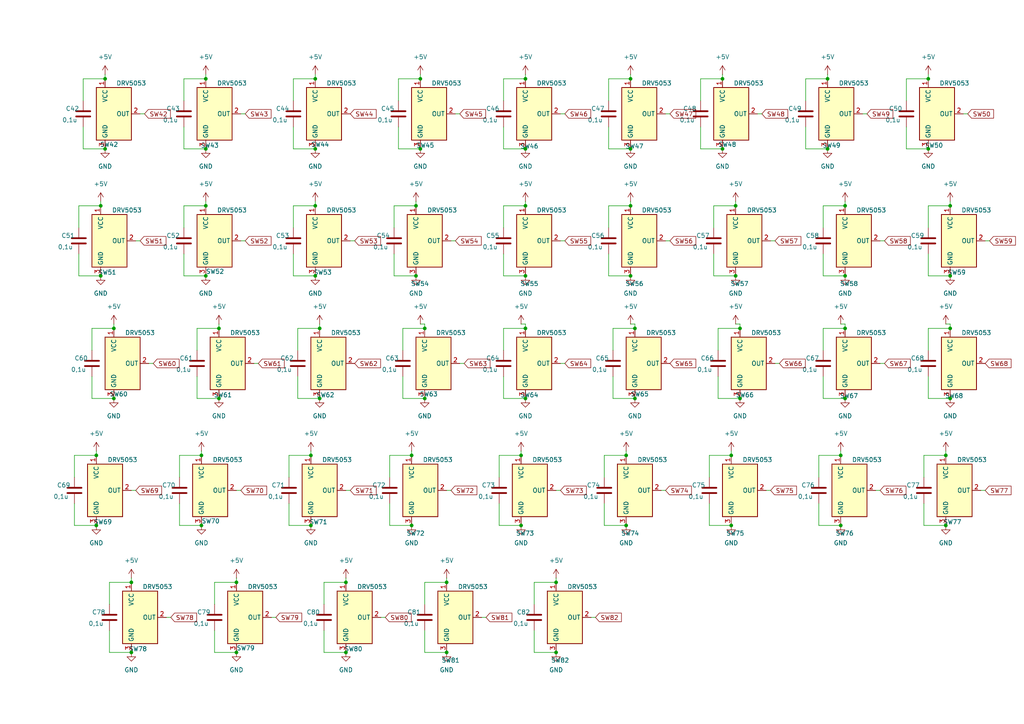
<source format=kicad_sch>
(kicad_sch (version 20231120) (generator "eeschema") (generator_version "8.0")
  (paper "A4")
  (junction (at 92.71 95.25))
  (junction (at 59.69 80.01))
  (junction (at 152.4 43.18))
  (junction (at 90.17 132.08))
  (junction (at 119.38 152.4))
  (junction (at 151.13 132.08))
  (junction (at 184.15 115.57))
  (junction (at 214.63 115.57))
  (junction (at 30.48 43.18))
  (junction (at 151.13 152.4))
  (junction (at 29.21 80.01))
  (junction (at 59.69 59.69))
  (junction (at 119.38 132.08))
  (junction (at 184.15 95.25))
  (junction (at 243.84 152.4))
  (junction (at 63.5 95.25))
  (junction (at 209.55 43.18))
  (junction (at 129.54 168.91))
  (junction (at 29.21 59.69))
  (junction (at 100.33 168.91))
  (junction (at 275.59 95.25))
  (junction (at 38.1 189.23))
  (junction (at 275.59 115.57))
  (junction (at 120.65 80.01))
  (junction (at 269.24 43.18))
  (junction (at 245.11 80.01))
  (junction (at 213.36 59.69))
  (junction (at 100.33 189.23))
  (junction (at 152.4 80.01))
  (junction (at 181.61 152.4))
  (junction (at 92.71 115.57))
  (junction (at 91.44 59.69))
  (junction (at 123.19 115.57))
  (junction (at 59.69 22.86))
  (junction (at 91.44 43.18))
  (junction (at 182.88 43.18))
  (junction (at 209.55 22.86))
  (junction (at 212.09 132.08))
  (junction (at 30.48 22.86))
  (junction (at 152.4 22.86))
  (junction (at 68.58 168.91))
  (junction (at 152.4 59.69))
  (junction (at 27.94 132.08))
  (junction (at 120.65 59.69))
  (junction (at 91.44 80.01))
  (junction (at 27.94 152.4))
  (junction (at 213.36 80.01))
  (junction (at 274.32 152.4))
  (junction (at 161.29 189.23))
  (junction (at 245.11 95.25))
  (junction (at 182.88 59.69))
  (junction (at 152.4 95.25))
  (junction (at 68.58 189.23))
  (junction (at 214.63 95.25))
  (junction (at 245.11 59.69))
  (junction (at 181.61 132.08))
  (junction (at 129.54 189.23))
  (junction (at 121.92 43.18))
  (junction (at 59.69 43.18))
  (junction (at 63.5 115.57))
  (junction (at 240.03 22.86))
  (junction (at 58.42 132.08))
  (junction (at 121.92 22.86))
  (junction (at 123.19 95.25))
  (junction (at 161.29 168.91))
  (junction (at 275.59 80.01))
  (junction (at 33.02 95.25))
  (junction (at 90.17 152.4))
  (junction (at 240.03 43.18))
  (junction (at 274.32 132.08))
  (junction (at 91.44 22.86))
  (junction (at 212.09 152.4))
  (junction (at 33.02 115.57))
  (junction (at 182.88 80.01))
  (junction (at 245.11 115.57))
  (junction (at 269.24 22.86))
  (junction (at 38.1 168.91))
  (junction (at 152.4 115.57))
  (junction (at 58.42 152.4))
  (junction (at 182.88 22.86))
  (junction (at 275.59 59.69))
  (junction (at 243.84 132.08))
  (wire (pts (xy 71.12 33.02) (xy 69.85 33.02)))
  (wire (pts (xy 269.24 73.66) (xy 269.24 80.01)))
  (wire (pts (xy 275.59 58.42) (xy 275.59 59.69)))
  (wire (pts (xy 31.75 175.26) (xy 31.75 168.91)))
  (wire (pts (xy 267.97 152.4) (xy 274.32 152.4)))
  (wire (pts (xy 39.37 142.24) (xy 38.1 142.24)))
  (wire (pts (xy 62.23 175.26) (xy 62.23 168.91)))
  (wire (pts (xy 90.17 130.81) (xy 90.17 132.08)))
  (wire (pts (xy 154.94 175.26) (xy 154.94 168.91)))
  (wire (pts (xy 144.78 152.4) (xy 151.13 152.4)))
  (wire (pts (xy 146.05 115.57) (xy 152.4 115.57)))
  (wire (pts (xy 85.09 66.04) (xy 85.09 59.69)))
  (wire (pts (xy 123.19 168.91) (xy 129.54 168.91)))
  (wire (pts (xy 144.78 146.05) (xy 144.78 152.4)))
  (wire (pts (xy 207.01 73.66) (xy 207.01 80.01)))
  (wire (pts (xy 151.13 130.81) (xy 151.13 132.08)))
  (wire (pts (xy 111.76 179.07) (xy 110.49 179.07)))
  (wire (pts (xy 38.1 167.64) (xy 38.1 168.91)))
  (wire (pts (xy 86.36 101.6) (xy 86.36 95.25)))
  (wire (pts (xy 184.15 93.98) (xy 182.88 93.98)))
  (wire (pts (xy 31.75 189.23) (xy 38.1 189.23)))
  (wire (pts (xy 113.03 146.05) (xy 113.03 152.4)))
  (wire (pts (xy 102.87 69.85) (xy 101.6 69.85)))
  (wire (pts (xy 24.13 29.21) (xy 24.13 22.86)))
  (wire (pts (xy 207.01 66.04) (xy 207.01 59.69)))
  (wire (pts (xy 74.93 105.41) (xy 73.66 105.41)))
  (wire (pts (xy 238.76 109.22) (xy 238.76 115.57)))
  (wire (pts (xy 31.75 168.91) (xy 38.1 168.91)))
  (wire (pts (xy 177.8 95.25) (xy 184.15 95.25)))
  (wire (pts (xy 24.13 36.83) (xy 24.13 43.18)))
  (wire (pts (xy 146.05 101.6) (xy 146.05 95.25)))
  (wire (pts (xy 123.19 182.88) (xy 123.19 189.23)))
  (wire (pts (xy 237.49 138.43) (xy 237.49 132.08)))
  (wire (pts (xy 238.76 115.57) (xy 245.11 115.57)))
  (wire (pts (xy 93.98 168.91) (xy 100.33 168.91)))
  (wire (pts (xy 205.74 152.4) (xy 212.09 152.4)))
  (wire (pts (xy 154.94 182.88) (xy 154.94 189.23)))
  (wire (pts (xy 62.23 189.23) (xy 68.58 189.23)))
  (wire (pts (xy 262.89 29.21) (xy 262.89 22.86)))
  (wire (pts (xy 212.09 130.81) (xy 212.09 132.08)))
  (wire (pts (xy 194.31 69.85) (xy 193.04 69.85)))
  (wire (pts (xy 256.54 69.85) (xy 255.27 69.85)))
  (wire (pts (xy 93.98 182.88) (xy 93.98 189.23)))
  (wire (pts (xy 154.94 189.23) (xy 161.29 189.23)))
  (wire (pts (xy 161.29 167.64) (xy 161.29 168.91)))
  (wire (pts (xy 146.05 95.25) (xy 152.4 95.25)))
  (wire (pts (xy 175.26 146.05) (xy 175.26 152.4)))
  (wire (pts (xy 243.84 130.81) (xy 243.84 132.08)))
  (wire (pts (xy 144.78 138.43) (xy 144.78 132.08)))
  (wire (pts (xy 113.03 138.43) (xy 113.03 132.08)))
  (wire (pts (xy 53.34 66.04) (xy 53.34 59.69)))
  (wire (pts (xy 123.19 175.26) (xy 123.19 168.91)))
  (wire (pts (xy 194.31 33.02) (xy 193.04 33.02)))
  (wire (pts (xy 86.36 115.57) (xy 92.71 115.57)))
  (wire (pts (xy 182.88 21.59) (xy 182.88 22.86)))
  (wire (pts (xy 208.28 115.57) (xy 214.63 115.57)))
  (wire (pts (xy 140.97 179.07) (xy 139.7 179.07)))
  (wire (pts (xy 85.09 29.21) (xy 85.09 22.86)))
  (wire (pts (xy 237.49 152.4) (xy 243.84 152.4)))
  (wire (pts (xy 203.2 29.21) (xy 203.2 22.86)))
  (wire (pts (xy 123.19 93.98) (xy 121.92 93.98)))
  (wire (pts (xy 85.09 73.66) (xy 85.09 80.01)))
  (wire (pts (xy 26.67 101.6) (xy 26.67 95.25)))
  (wire (pts (xy 274.32 130.81) (xy 274.32 132.08)))
  (wire (pts (xy 21.59 146.05) (xy 21.59 152.4)))
  (wire (pts (xy 146.05 29.21) (xy 146.05 22.86)))
  (wire (pts (xy 121.92 21.59) (xy 121.92 22.86)))
  (wire (pts (xy 176.53 66.04) (xy 176.53 59.69)))
  (wire (pts (xy 130.81 142.24) (xy 129.54 142.24)))
  (wire (pts (xy 71.12 69.85) (xy 69.85 69.85)))
  (wire (pts (xy 93.98 189.23) (xy 100.33 189.23)))
  (wire (pts (xy 52.07 146.05) (xy 52.07 152.4)))
  (wire (pts (xy 57.15 109.22) (xy 57.15 115.57)))
  (wire (pts (xy 57.15 115.57) (xy 63.5 115.57)))
  (wire (pts (xy 203.2 43.18) (xy 209.55 43.18)))
  (wire (pts (xy 245.11 93.98) (xy 243.84 93.98)))
  (wire (pts (xy 92.71 93.98) (xy 92.71 95.25)))
  (wire (pts (xy 21.59 138.43) (xy 21.59 132.08)))
  (wire (pts (xy 129.54 167.64) (xy 129.54 168.91)))
  (wire (pts (xy 237.49 146.05) (xy 237.49 152.4)))
  (wire (pts (xy 86.36 109.22) (xy 86.36 115.57)))
  (wire (pts (xy 132.08 69.85) (xy 130.81 69.85)))
  (wire (pts (xy 116.84 95.25) (xy 123.19 95.25)))
  (wire (pts (xy 52.07 132.08) (xy 58.42 132.08)))
  (wire (pts (xy 85.09 80.01) (xy 91.44 80.01)))
  (wire (pts (xy 83.82 132.08) (xy 90.17 132.08)))
  (wire (pts (xy 203.2 36.83) (xy 203.2 43.18)))
  (wire (pts (xy 275.59 93.98) (xy 274.32 93.98)))
  (wire (pts (xy 85.09 43.18) (xy 91.44 43.18)))
  (wire (pts (xy 162.56 142.24) (xy 161.29 142.24)))
  (wire (pts (xy 24.13 22.86) (xy 30.48 22.86)))
  (wire (pts (xy 57.15 95.25) (xy 63.5 95.25)))
  (wire (pts (xy 41.91 33.02) (xy 40.64 33.02)))
  (wire (pts (xy 269.24 21.59) (xy 269.24 22.86)))
  (wire (pts (xy 214.63 93.98) (xy 214.63 95.25)))
  (wire (pts (xy 146.05 43.18) (xy 152.4 43.18)))
  (wire (pts (xy 238.76 73.66) (xy 238.76 80.01)))
  (wire (pts (xy 116.84 101.6) (xy 116.84 95.25)))
  (wire (pts (xy 181.61 130.81) (xy 181.61 132.08)))
  (wire (pts (xy 21.59 132.08) (xy 27.94 132.08)))
  (wire (pts (xy 59.69 58.42) (xy 59.69 59.69)))
  (wire (pts (xy 208.28 109.22) (xy 208.28 115.57)))
  (wire (pts (xy 26.67 95.25) (xy 33.02 95.25)))
  (wire (pts (xy 26.67 109.22) (xy 26.67 115.57)))
  (wire (pts (xy 262.89 43.18) (xy 269.24 43.18)))
  (wire (pts (xy 120.65 58.42) (xy 120.65 59.69)))
  (wire (pts (xy 245.11 58.42) (xy 245.11 59.69)))
  (wire (pts (xy 226.06 105.41) (xy 224.79 105.41)))
  (wire (pts (xy 163.83 33.02) (xy 162.56 33.02)))
  (wire (pts (xy 22.86 80.01) (xy 29.21 80.01)))
  (wire (pts (xy 233.68 29.21) (xy 233.68 22.86)))
  (wire (pts (xy 24.13 43.18) (xy 30.48 43.18)))
  (wire (pts (xy 269.24 80.01) (xy 275.59 80.01)))
  (wire (pts (xy 175.26 132.08) (xy 181.61 132.08)))
  (wire (pts (xy 91.44 21.59) (xy 91.44 22.86)))
  (wire (pts (xy 177.8 115.57) (xy 184.15 115.57)))
  (wire (pts (xy 176.53 73.66) (xy 176.53 80.01)))
  (wire (pts (xy 172.72 179.07) (xy 171.45 179.07)))
  (wire (pts (xy 63.5 93.98) (xy 63.5 95.25)))
  (wire (pts (xy 123.19 93.98) (xy 123.19 95.25)))
  (wire (pts (xy 53.34 22.86) (xy 59.69 22.86)))
  (wire (pts (xy 49.53 179.07) (xy 48.26 179.07)))
  (wire (pts (xy 209.55 21.59) (xy 209.55 22.86)))
  (wire (pts (xy 62.23 168.91) (xy 68.58 168.91)))
  (wire (pts (xy 245.11 93.98) (xy 245.11 95.25)))
  (wire (pts (xy 146.05 109.22) (xy 146.05 115.57)))
  (wire (pts (xy 256.54 105.41) (xy 255.27 105.41)))
  (wire (pts (xy 114.3 59.69) (xy 120.65 59.69)))
  (wire (pts (xy 207.01 80.01) (xy 213.36 80.01)))
  (wire (pts (xy 58.42 130.81) (xy 58.42 132.08)))
  (wire (pts (xy 238.76 95.25) (xy 245.11 95.25)))
  (wire (pts (xy 269.24 101.6) (xy 269.24 95.25)))
  (wire (pts (xy 133.35 33.02) (xy 132.08 33.02)))
  (wire (pts (xy 146.05 59.69) (xy 152.4 59.69)))
  (wire (pts (xy 53.34 29.21) (xy 53.34 22.86)))
  (wire (pts (xy 251.46 33.02) (xy 250.19 33.02)))
  (wire (pts (xy 285.75 142.24) (xy 284.48 142.24)))
  (wire (pts (xy 175.26 138.43) (xy 175.26 132.08)))
  (wire (pts (xy 262.89 36.83) (xy 262.89 43.18)))
  (wire (pts (xy 44.45 105.41) (xy 43.18 105.41)))
  (wire (pts (xy 176.53 43.18) (xy 182.88 43.18)))
  (wire (pts (xy 52.07 138.43) (xy 52.07 132.08)))
  (wire (pts (xy 115.57 22.86) (xy 121.92 22.86)))
  (wire (pts (xy 53.34 36.83) (xy 53.34 43.18)))
  (wire (pts (xy 267.97 146.05) (xy 267.97 152.4)))
  (wire (pts (xy 208.28 101.6) (xy 208.28 95.25)))
  (wire (pts (xy 30.48 21.59) (xy 30.48 22.86)))
  (wire (pts (xy 146.05 80.01) (xy 152.4 80.01)))
  (wire (pts (xy 233.68 43.18) (xy 240.03 43.18)))
  (wire (pts (xy 269.24 95.25) (xy 275.59 95.25)))
  (wire (pts (xy 27.94 130.81) (xy 27.94 132.08)))
  (wire (pts (xy 114.3 66.04) (xy 114.3 59.69)))
  (wire (pts (xy 163.83 69.85) (xy 162.56 69.85)))
  (wire (pts (xy 29.21 58.42) (xy 29.21 59.69)))
  (wire (pts (xy 176.53 22.86) (xy 182.88 22.86)))
  (wire (pts (xy 85.09 22.86) (xy 91.44 22.86)))
  (wire (pts (xy 146.05 73.66) (xy 146.05 80.01)))
  (wire (pts (xy 220.98 33.02) (xy 219.71 33.02)))
  (wire (pts (xy 116.84 109.22) (xy 116.84 115.57)))
  (wire (pts (xy 238.76 80.01) (xy 245.11 80.01)))
  (wire (pts (xy 214.63 93.98) (xy 213.36 93.98)))
  (wire (pts (xy 233.68 22.86) (xy 240.03 22.86)))
  (wire (pts (xy 177.8 109.22) (xy 177.8 115.57)))
  (wire (pts (xy 176.53 36.83) (xy 176.53 43.18)))
  (wire (pts (xy 59.69 21.59) (xy 59.69 22.86)))
  (wire (pts (xy 53.34 43.18) (xy 59.69 43.18)))
  (wire (pts (xy 85.09 36.83) (xy 85.09 43.18)))
  (wire (pts (xy 22.86 73.66) (xy 22.86 80.01)))
  (wire (pts (xy 83.82 152.4) (xy 90.17 152.4)))
  (wire (pts (xy 21.59 152.4) (xy 27.94 152.4)))
  (wire (pts (xy 115.57 36.83) (xy 115.57 43.18)))
  (wire (pts (xy 267.97 132.08) (xy 274.32 132.08)))
  (wire (pts (xy 93.98 175.26) (xy 93.98 168.91)))
  (wire (pts (xy 152.4 93.98) (xy 152.4 95.25)))
  (wire (pts (xy 116.84 115.57) (xy 123.19 115.57)))
  (wire (pts (xy 154.94 168.91) (xy 161.29 168.91)))
  (wire (pts (xy 223.52 142.24) (xy 222.25 142.24)))
  (wire (pts (xy 134.62 105.41) (xy 133.35 105.41)))
  (wire (pts (xy 152.4 93.98) (xy 151.13 93.98)))
  (wire (pts (xy 83.82 138.43) (xy 83.82 132.08)))
  (wire (pts (xy 176.53 29.21) (xy 176.53 22.86)))
  (wire (pts (xy 26.67 115.57) (xy 33.02 115.57)))
  (wire (pts (xy 262.89 22.86) (xy 269.24 22.86)))
  (wire (pts (xy 238.76 66.04) (xy 238.76 59.69)))
  (wire (pts (xy 208.28 95.25) (xy 214.63 95.25)))
  (wire (pts (xy 233.68 36.83) (xy 233.68 43.18)))
  (wire (pts (xy 100.33 167.64) (xy 100.33 168.91)))
  (wire (pts (xy 182.88 58.42) (xy 182.88 59.69)))
  (wire (pts (xy 53.34 73.66) (xy 53.34 80.01)))
  (wire (pts (xy 207.01 59.69) (xy 213.36 59.69)))
  (wire (pts (xy 31.75 182.88) (xy 31.75 189.23)))
  (wire (pts (xy 40.64 69.85) (xy 39.37 69.85)))
  (wire (pts (xy 238.76 59.69) (xy 245.11 59.69)))
  (wire (pts (xy 213.36 58.42) (xy 213.36 59.69)))
  (wire (pts (xy 86.36 95.25) (xy 92.71 95.25)))
  (wire (pts (xy 152.4 21.59) (xy 152.4 22.86)))
  (wire (pts (xy 119.38 130.81) (xy 119.38 132.08)))
  (wire (pts (xy 240.03 21.59) (xy 240.03 22.86)))
  (wire (pts (xy 83.82 146.05) (xy 83.82 152.4)))
  (wire (pts (xy 203.2 22.86) (xy 209.55 22.86)))
  (wire (pts (xy 80.01 179.07) (xy 78.74 179.07)))
  (wire (pts (xy 255.27 142.24) (xy 254 142.24)))
  (wire (pts (xy 267.97 138.43) (xy 267.97 132.08)))
  (wire (pts (xy 224.79 69.85) (xy 223.52 69.85)))
  (wire (pts (xy 33.02 93.98) (xy 33.02 95.25)))
  (wire (pts (xy 91.44 58.42) (xy 91.44 59.69)))
  (wire (pts (xy 269.24 59.69) (xy 275.59 59.69)))
  (wire (pts (xy 69.85 142.24) (xy 68.58 142.24)))
  (wire (pts (xy 269.24 66.04) (xy 269.24 59.69)))
  (wire (pts (xy 146.05 66.04) (xy 146.05 59.69)))
  (wire (pts (xy 144.78 132.08) (xy 151.13 132.08)))
  (wire (pts (xy 146.05 22.86) (xy 152.4 22.86)))
  (wire (pts (xy 123.19 189.23) (xy 129.54 189.23)))
  (wire (pts (xy 115.57 29.21) (xy 115.57 22.86)))
  (wire (pts (xy 175.26 152.4) (xy 181.61 152.4)))
  (wire (pts (xy 85.09 59.69) (xy 91.44 59.69)))
  (wire (pts (xy 269.24 109.22) (xy 269.24 115.57)))
  (wire (pts (xy 177.8 101.6) (xy 177.8 95.25)))
  (wire (pts (xy 53.34 59.69) (xy 59.69 59.69)))
  (wire (pts (xy 22.86 59.69) (xy 29.21 59.69)))
  (wire (pts (xy 184.15 93.98) (xy 184.15 95.25)))
  (wire (pts (xy 114.3 80.01) (xy 120.65 80.01)))
  (wire (pts (xy 53.34 80.01) (xy 59.69 80.01)))
  (wire (pts (xy 113.03 152.4) (xy 119.38 152.4)))
  (wire (pts (xy 114.3 73.66) (xy 114.3 80.01)))
  (wire (pts (xy 57.15 101.6) (xy 57.15 95.25)))
  (wire (pts (xy 68.58 167.64) (xy 68.58 168.91)))
  (wire (pts (xy 205.74 138.43) (xy 205.74 132.08)))
  (wire (pts (xy 280.67 33.02) (xy 279.4 33.02)))
  (wire (pts (xy 22.86 66.04) (xy 22.86 59.69)))
  (wire (pts (xy 269.24 115.57) (xy 275.59 115.57)))
  (wire (pts (xy 146.05 36.83) (xy 146.05 43.18)))
  (wire (pts (xy 152.4 58.42) (xy 152.4 59.69)))
  (wire (pts (xy 275.59 93.98) (xy 275.59 95.25)))
  (wire (pts (xy 193.04 142.24) (xy 191.77 142.24)))
  (wire (pts (xy 163.83 105.41) (xy 162.56 105.41)))
  (wire (pts (xy 205.74 146.05) (xy 205.74 152.4)))
  (wire (pts (xy 176.53 59.69) (xy 182.88 59.69)))
  (wire (pts (xy 176.53 80.01) (xy 182.88 80.01)))
  (wire (pts (xy 237.49 132.08) (xy 243.84 132.08)))
  (wire (pts (xy 52.07 152.4) (xy 58.42 152.4)))
  (wire (pts (xy 62.23 182.88) (xy 62.23 189.23)))
  (wire (pts (xy 115.57 43.18) (xy 121.92 43.18)))
  (wire (pts (xy 113.03 132.08) (xy 119.38 132.08)))
  (wire (pts (xy 287.02 69.85) (xy 285.75 69.85)))
  (wire (pts (xy 101.6 142.24) (xy 100.33 142.24)))
  (wire (pts (xy 205.74 132.08) (xy 212.09 132.08)))
  (wire (pts (xy 238.76 101.6) (xy 238.76 95.25)))
  (global_label "SW75" (shape input) (at 223.52 142.24 0) (property "Intersheetrefs" "${INTERSHEET_REFS}" (effects (hide yes))))
  (global_label "SW47" (shape input) (at 194.31 33.02 0) (property "Intersheetrefs" "${INTERSHEET_REFS}" (effects (hide yes))))
  (global_label "SW51" (shape input) (at 40.64 69.85 0) (property "Intersheetrefs" "${INTERSHEET_REFS}" (effects (hide yes))))
  (global_label "SW59" (shape input) (at 287.02 69.85 0) (property "Intersheetrefs" "${INTERSHEET_REFS}" (effects (hide yes))))
  (global_label "SW42" (shape input) (at 41.91 33.02 0) (property "Intersheetrefs" "${INTERSHEET_REFS}" (effects (hide yes))))
  (global_label "SW53" (shape input) (at 102.87 69.85 0) (property "Intersheetrefs" "${INTERSHEET_REFS}" (effects (hide yes))))
  (global_label "SW77" (shape input) (at 285.75 142.24 0) (property "Intersheetrefs" "${INTERSHEET_REFS}" (effects (hide yes))))
  (global_label "SW43" (shape input) (at 71.12 33.02 0) (property "Intersheetrefs" "${INTERSHEET_REFS}" (effects (hide yes))))
  (global_label "SW49" (shape input) (at 251.46 33.02 0) (property "Intersheetrefs" "${INTERSHEET_REFS}" (effects (hide yes))))
  (global_label "SW58" (shape input) (at 256.54 69.85 0) (property "Intersheetrefs" "${INTERSHEET_REFS}" (effects (hide yes))))
  (global_label "SW79" (shape input) (at 80.01 179.07 0) (property "Intersheetrefs" "${INTERSHEET_REFS}" (effects (hide yes))))
  (global_label "SW64" (shape input) (at 163.83 105.41 0) (property "Intersheetrefs" "${INTERSHEET_REFS}" (effects (hide yes))))
  (global_label "SW54" (shape input) (at 132.08 69.85 0) (property "Intersheetrefs" "${INTERSHEET_REFS}" (effects (hide yes))))
  (global_label "SW78" (shape input) (at 49.53 179.07 0) (property "Intersheetrefs" "${INTERSHEET_REFS}" (effects (hide yes))))
  (global_label "SW56" (shape input) (at 194.31 69.85 0) (property "Intersheetrefs" "${INTERSHEET_REFS}" (effects (hide yes))))
  (global_label "SW67" (shape input) (at 256.54 105.41 0) (property "Intersheetrefs" "${INTERSHEET_REFS}" (effects (hide yes))))
  (global_label "SW69" (shape input) (at 39.37 142.24 0) (property "Intersheetrefs" "${INTERSHEET_REFS}" (effects (hide yes))))
  (global_label "SW57" (shape input) (at 224.79 69.85 0) (property "Intersheetrefs" "${INTERSHEET_REFS}" (effects (hide yes))))
  (global_label "SW48" (shape input) (at 220.98 33.02 0) (property "Intersheetrefs" "${INTERSHEET_REFS}" (effects (hide yes))))
  (global_label "SW82" (shape input) (at 172.72 179.07 0) (property "Intersheetrefs" "${INTERSHEET_REFS}" (effects (hide yes))))
  (global_label "SW74" (shape input) (at 193.04 142.24 0) (property "Intersheetrefs" "${INTERSHEET_REFS}" (effects (hide yes))))
  (global_label "SW72" (shape input) (at 130.81 142.24 0) (property "Intersheetrefs" "${INTERSHEET_REFS}" (effects (hide yes))))
  (global_label "SW65" (shape input) (at 194.31 105.41 0) (property "Intersheetrefs" "${INTERSHEET_REFS}" (effects (hide yes))))
  (global_label "SW63" (shape input) (at 134.62 105.41 0) (property "Intersheetrefs" "${INTERSHEET_REFS}" (effects (hide yes))))
  (global_label "SW71" (shape input) (at 101.6 142.24 0) (property "Intersheetrefs" "${INTERSHEET_REFS}" (effects (hide yes))))
  (global_label "SW70" (shape input) (at 69.85 142.24 0) (property "Intersheetrefs" "${INTERSHEET_REFS}" (effects (hide yes))))
  (global_label "SW46" (shape input) (at 163.83 33.02 0) (property "Intersheetrefs" "${INTERSHEET_REFS}" (effects (hide yes))))
  (global_label "SW80" (shape input) (at 111.76 179.07 0) (property "Intersheetrefs" "${INTERSHEET_REFS}" (effects (hide yes))))
  (global_label "SW61" (shape input) (at 74.93 105.41 0) (property "Intersheetrefs" "${INTERSHEET_REFS}" (effects (hide yes))))
  (global_label "SW66" (shape input) (at 226.06 105.41 0) (property "Intersheetrefs" "${INTERSHEET_REFS}" (effects (hide yes))))
  (global_label "SW52" (shape input) (at 71.12 69.85 0) (property "Intersheetrefs" "${INTERSHEET_REFS}" (effects (hide yes))))
  (global_label "SW81" (shape input) (at 140.97 179.07 0) (property "Intersheetrefs" "${INTERSHEET_REFS}" (effects (hide yes))))
  (global_label "SW50" (shape input) (at 280.67 33.02 0) (property "Intersheetrefs" "${INTERSHEET_REFS}" (effects (hide yes))))
  (global_label "SW73" (shape input) (at 162.56 142.24 0) (property "Intersheetrefs" "${INTERSHEET_REFS}" (effects (hide yes))))
  (global_label "SW45" (shape input) (at 133.35 33.02 0) (property "Intersheetrefs" "${INTERSHEET_REFS}" (effects (hide yes))))
  (global_label "SW55" (shape input) (at 163.83 69.85 0) (property "Intersheetrefs" "${INTERSHEET_REFS}" (effects (hide yes))))
  (global_label "SW76" (shape input) (at 255.27 142.24 0) (property "Intersheetrefs" "${INTERSHEET_REFS}" (effects (hide yes))))
  (global_label "SW44" (shape input) (at 101.6 33.02 0) (property "Intersheetrefs" "${INTERSHEET_REFS}" (effects (hide yes))))
  (global_label "SW62" (shape input) (at 102.87 105.41 0) (property "Intersheetrefs" "${INTERSHEET_REFS}" (effects (hide yes))))
  (global_label "SW68" (shape input) (at 285.75 105.41 0) (property "Intersheetrefs" "${INTERSHEET_REFS}" (effects (hide yes))))
  (global_label "SW60" (shape input) (at 44.45 105.41 0) (property "Intersheetrefs" "${INTERSHEET_REFS}" (effects (hide yes))))
  (symbol (lib_id "Sensor_Magnetic:DRV5055A4xDBZxQ1") (at 184.15 142.24 0) (unit 1)
    (property "Reference" "SW74" (at 185.42 154.686 0) (effects (justify right)))
    (property "Value" "DRV5053" (at 193.548 133.35 0) (effects (justify right)))
    (property "Footprint" "KB_MX_Analog:MX-Analog-1.25U" (effects (hide yes)))
    (property "Datasheet" "https://www.ti.com/lit/ds/symlink/drv5055-q1.pdf" (effects (hide yes)))
    (property "Description" "12.5 mV/mT,±169-mT, 20-kHz, 3.3/5V, SOT-23" (effects (hide yes)))
  )
  (symbol (lib_id "Sensor_Magnetic:DRV5055A4xDBZxQ1") (at 217.17 105.41 0) (unit 1)
    (property "Reference" "SW66" (at 218.694 114.554 0) (effects (justify right)))
    (property "Value" "DRV5053" (at 226.568 96.52 0) (effects (justify right)))
    (property "Footprint" "KB_MX_Analog:MX-Analog-1U" (effects (hide yes)))
    (property "Datasheet" "https://www.ti.com/lit/ds/symlink/drv5055-q1.pdf" (effects (hide yes)))
    (property "Description" "12.5 mV/mT,±169-mT, 20-kHz, 3.3/5V, SOT-23" (effects (hide yes)))
  )
  (symbol (lib_id "power:+5V") (at 182.88 58.42 0) (unit 1)
    (property "Reference" "#PWR0106" (effects (hide yes)))
    (property "Value" "+5V" (at 182.88 53.34 0))
  )
  (symbol (lib_id "Device:C") (at 144.78 142.24 0) (unit 1)
    (property "Reference" "C73" (at 139.7 140.716 0) (effects (justify left)))
    (property "Value" "0,1u" (at 138.684 144.018 0) (effects (justify left)))
    (property "Footprint" "Capacitor_SMD:C_0402_1005Metric" (effects (hide yes)))
    (property "Description" "Unpolarized capacitor" (effects (hide yes)))
  )
  (symbol (lib_id "power:GND") (at 214.63 115.57 0) (unit 1)
    (property "Reference" "#PWR0134" (effects (hide yes)))
    (property "Value" "GND" (at 214.63 120.65 0))
    (property "Description" "Power symbol creates a global label with name \"GND\" , ground" (effects (hide yes)))
  )
  (symbol (lib_id "power:+5V") (at 181.61 130.81 0) (unit 1)
    (property "Reference" "#PWR0142" (effects (hide yes)))
    (property "Value" "+5V" (at 181.61 125.73 0))
  )
  (symbol (lib_id "power:GND") (at 119.38 152.4 0) (unit 1)
    (property "Reference" "#PWR0149" (effects (hide yes)))
    (property "Value" "GND" (at 119.38 157.48 0))
    (property "Description" "Power symbol creates a global label with name \"GND\" , ground" (effects (hide yes)))
  )
  (symbol (lib_id "power:+5V") (at 161.29 167.64 0) (unit 1)
    (property "Reference" "#PWR0159" (effects (hide yes)))
    (property "Value" "+5V" (at 161.29 162.56 0))
  )
  (symbol (lib_id "power:+5V") (at 30.48 21.59 0) (unit 1)
    (property "Reference" "#PWR083" (effects (hide yes)))
    (property "Value" "+5V" (at 30.48 16.51 0))
  )
  (symbol (lib_id "Sensor_Magnetic:DRV5055A4xDBZxQ1") (at 278.13 69.85 0) (unit 1)
    (property "Reference" "SW59" (at 280.162 78.994 0) (effects (justify right)))
    (property "Value" "DRV5053" (at 287.528 60.96 0) (effects (justify right)))
    (property "Footprint" "KB_MX_Analog:MX-Analog-2.25U" (effects (hide yes)))
    (property "Datasheet" "https://www.ti.com/lit/ds/symlink/drv5055-q1.pdf" (effects (hide yes)))
    (property "Description" "12.5 mV/mT,±169-mT, 20-kHz, 3.3/5V, SOT-23" (effects (hide yes)))
  )
  (symbol (lib_id "power:GND") (at 58.42 152.4 0) (unit 1)
    (property "Reference" "#PWR0147" (effects (hide yes)))
    (property "Value" "GND" (at 58.42 157.48 0))
    (property "Description" "Power symbol creates a global label with name \"GND\" , ground" (effects (hide yes)))
  )
  (symbol (lib_id "power:+5V") (at 33.02 93.98 0) (unit 1)
    (property "Reference" "#PWR0119" (effects (hide yes)))
    (property "Value" "+5V" (at 33.02 88.9 0))
  )
  (symbol (lib_id "power:GND") (at 152.4 115.57 0) (unit 1)
    (property "Reference" "#PWR0132" (effects (hide yes)))
    (property "Value" "GND" (at 152.4 120.65 0))
    (property "Description" "Power symbol creates a global label with name \"GND\" , ground" (effects (hide yes)))
  )
  (symbol (lib_id "power:GND") (at 152.4 43.18 0) (unit 1)
    (property "Reference" "#PWR096" (effects (hide yes)))
    (property "Value" "GND" (at 152.4 48.26 0))
    (property "Description" "Power symbol creates a global label with name \"GND\" , ground" (effects (hide yes)))
  )
  (symbol (lib_id "power:GND") (at 182.88 43.18 0) (unit 1)
    (property "Reference" "#PWR097" (effects (hide yes)))
    (property "Value" "GND" (at 182.88 48.26 0))
    (property "Description" "Power symbol creates a global label with name \"GND\" , ground" (effects (hide yes)))
  )
  (symbol (lib_id "power:GND") (at 243.84 152.4 0) (unit 1)
    (property "Reference" "#PWR0153" (effects (hide yes)))
    (property "Value" "GND" (at 243.84 157.48 0))
    (property "Description" "Power symbol creates a global label with name \"GND\" , ground" (effects (hide yes)))
  )
  (symbol (lib_id "Device:C") (at 238.76 69.85 0) (unit 1)
    (property "Reference" "C58" (at 233.68 68.326 0) (effects (justify left)))
    (property "Value" "0,1u" (at 232.664 71.628 0) (effects (justify left)))
    (property "Footprint" "Capacitor_SMD:C_0402_1005Metric" (effects (hide yes)))
    (property "Description" "Unpolarized capacitor" (effects (hide yes)))
  )
  (symbol (lib_id "power:GND") (at 100.33 189.23 0) (unit 1)
    (property "Reference" "#PWR0162" (effects (hide yes)))
    (property "Value" "GND" (at 100.33 194.31 0))
    (property "Description" "Power symbol creates a global label with name \"GND\" , ground" (effects (hide yes)))
  )
  (symbol (lib_id "Device:C") (at 233.68 33.02 0) (unit 1)
    (property "Reference" "C49" (at 228.6 31.496 0) (effects (justify left)))
    (property "Value" "0,1u" (at 227.584 34.798 0) (effects (justify left)))
    (property "Footprint" "Capacitor_SMD:C_0402_1005Metric" (effects (hide yes)))
    (property "Description" "Unpolarized capacitor" (effects (hide yes)))
  )
  (symbol (lib_id "Sensor_Magnetic:DRV5055A4xDBZxQ1") (at 185.42 69.85 0) (unit 1)
    (property "Reference" "SW56" (at 186.69 82.296 0) (effects (justify right)))
    (property "Value" "DRV5053" (at 194.818 60.96 0) (effects (justify right)))
    (property "Footprint" "KB_MX_Analog:MX-Analog-1U" (effects (hide yes)))
    (property "Datasheet" "https://www.ti.com/lit/ds/symlink/drv5055-q1.pdf" (effects (hide yes)))
    (property "Description" "12.5 mV/mT,±169-mT, 20-kHz, 3.3/5V, SOT-23" (effects (hide yes)))
  )
  (symbol (lib_id "Sensor_Magnetic:DRV5055A4xDBZxQ1") (at 154.94 33.02 0) (unit 1)
    (property "Reference" "SW46" (at 156.21 42.418 0) (effects (justify right)))
    (property "Value" "DRV5053" (at 164.338 24.13 0) (effects (justify right)))
    (property "Footprint" "KB_MX_Analog:MX-Analog-1U" (effects (hide yes)))
    (property "Datasheet" "https://www.ti.com/lit/ds/symlink/drv5055-q1.pdf" (effects (hide yes)))
    (property "Description" "12.5 mV/mT,±169-mT, 20-kHz, 3.3/5V, SOT-23" (effects (hide yes)))
  )
  (symbol (lib_id "Device:C") (at 269.24 69.85 0) (unit 1)
    (property "Reference" "C59" (at 264.16 68.326 0) (effects (justify left)))
    (property "Value" "0,1u" (at 263.144 71.628 0) (effects (justify left)))
    (property "Footprint" "Capacitor_SMD:C_0402_1005Metric" (effects (hide yes)))
    (property "Description" "Unpolarized capacitor" (effects (hide yes)))
  )
  (symbol (lib_id "power:+5V") (at 38.1 167.64 0) (unit 1)
    (property "Reference" "#PWR0155" (effects (hide yes)))
    (property "Value" "+5V" (at 38.1 162.56 0))
  )
  (symbol (lib_id "power:GND") (at 91.44 43.18 0) (unit 1)
    (property "Reference" "#PWR094" (effects (hide yes)))
    (property "Value" "GND" (at 91.44 48.26 0))
    (property "Description" "Power symbol creates a global label with name \"GND\" , ground" (effects (hide yes)))
  )
  (symbol (lib_id "power:GND") (at 30.48 43.18 0) (unit 1)
    (property "Reference" "#PWR092" (effects (hide yes)))
    (property "Value" "GND" (at 30.48 48.26 0))
    (property "Description" "Power symbol creates a global label with name \"GND\" , ground" (effects (hide yes)))
  )
  (symbol (lib_id "power:+5V") (at 151.13 93.98 0) (unit 1)
    (property "Reference" "#PWR0123" (effects (hide yes)))
    (property "Value" "+5V" (at 151.13 88.9 0))
  )
  (symbol (lib_id "Sensor_Magnetic:DRV5055A4xDBZxQ1") (at 214.63 142.24 0) (unit 1)
    (property "Reference" "SW75" (at 215.9 154.686 0) (effects (justify right)))
    (property "Value" "DRV5053" (at 224.028 133.35 0) (effects (justify right)))
    (property "Footprint" "KB_MX_Analog:MX-Analog-1.25U" (effects (hide yes)))
    (property "Datasheet" "https://www.ti.com/lit/ds/symlink/drv5055-q1.pdf" (effects (hide yes)))
    (property "Description" "12.5 mV/mT,±169-mT, 20-kHz, 3.3/5V, SOT-23" (effects (hide yes)))
  )
  (symbol (lib_id "power:GND") (at 269.24 43.18 0) (unit 1)
    (property "Reference" "#PWR0100" (effects (hide yes)))
    (property "Value" "GND" (at 269.24 48.26 0))
    (property "Description" "Power symbol creates a global label with name \"GND\" , ground" (effects (hide yes)))
  )
  (symbol (lib_id "power:GND") (at 59.69 80.01 0) (unit 1)
    (property "Reference" "#PWR0111" (effects (hide yes)))
    (property "Value" "GND" (at 59.69 85.09 0))
    (property "Description" "Power symbol creates a global label with name \"GND\" , ground" (effects (hide yes)))
  )
  (symbol (lib_id "power:GND") (at 121.92 43.18 0) (unit 1)
    (property "Reference" "#PWR095" (effects (hide yes)))
    (property "Value" "GND" (at 121.92 48.26 0))
    (property "Description" "Power symbol creates a global label with name \"GND\" , ground" (effects (hide yes)))
  )
  (symbol (lib_id "power:+5V") (at 209.55 21.59 0) (unit 1)
    (property "Reference" "#PWR089" (effects (hide yes)))
    (property "Value" "+5V" (at 209.55 16.51 0))
  )
  (symbol (lib_id "power:+5V") (at 29.21 58.42 0) (unit 1)
    (property "Reference" "#PWR0101" (effects (hide yes)))
    (property "Value" "+5V" (at 29.21 53.34 0))
  )
  (symbol (lib_id "power:+5V") (at 68.58 167.64 0) (unit 1)
    (property "Reference" "#PWR0156" (effects (hide yes)))
    (property "Value" "+5V" (at 68.58 162.56 0))
  )
  (symbol (lib_id "Sensor_Magnetic:DRV5055A4xDBZxQ1") (at 215.9 69.85 0) (unit 1)
    (property "Reference" "SW57" (at 217.17 82.296 0) (effects (justify right)))
    (property "Value" "DRV5053" (at 225.298 60.96 0) (effects (justify right)))
    (property "Footprint" "KB_MX_Analog:MX-Analog-2.25U" (effects (hide yes)))
    (property "Datasheet" "https://www.ti.com/lit/ds/symlink/drv5055-q1.pdf" (effects (hide yes)))
    (property "Description" "12.5 mV/mT,±169-mT, 20-kHz, 3.3/5V, SOT-23" (effects (hide yes)))
  )
  (symbol (lib_id "power:+5V") (at 240.03 21.59 0) (unit 1)
    (property "Reference" "#PWR090" (effects (hide yes)))
    (property "Value" "+5V" (at 240.03 16.51 0))
  )
  (symbol (lib_id "Device:C") (at 85.09 69.85 0) (unit 1)
    (property "Reference" "C53" (at 80.01 68.326 0) (effects (justify left)))
    (property "Value" "0,1u" (at 78.994 71.628 0) (effects (justify left)))
    (property "Footprint" "Capacitor_SMD:C_0402_1005Metric" (effects (hide yes)))
    (property "Description" "Unpolarized capacitor" (effects (hide yes)))
  )
  (symbol (lib_id "Sensor_Magnetic:DRV5055A4xDBZxQ1") (at 242.57 33.02 0) (unit 1)
    (property "Reference" "SW49" (at 243.84 42.164 0) (effects (justify right)))
    (property "Value" "DRV5053" (at 251.968 24.13 0) (effects (justify right)))
    (property "Footprint" "KB_MX_Analog:MX-Analog-1U" (effects (hide yes)))
    (property "Datasheet" "https://www.ti.com/lit/ds/symlink/drv5055-q1.pdf" (effects (hide yes)))
    (property "Description" "12.5 mV/mT,±169-mT, 20-kHz, 3.3/5V, SOT-23" (effects (hide yes)))
  )
  (symbol (lib_id "Sensor_Magnetic:DRV5055A4xDBZxQ1") (at 163.83 179.07 0) (unit 1)
    (property "Reference" "SW82" (at 165.1 191.516 0) (effects (justify right)))
    (property "Value" "DRV5053" (at 173.228 170.18 0) (effects (justify right)))
    (property "Footprint" "KB_MX_Analog:MX-Analog-1U" (effects (hide yes)))
    (property "Datasheet" "https://www.ti.com/lit/ds/symlink/drv5055-q1.pdf" (effects (hide yes)))
    (property "Description" "12.5 mV/mT,±169-mT, 20-kHz, 3.3/5V, SOT-23" (effects (hide yes)))
  )
  (symbol (lib_id "Sensor_Magnetic:DRV5055A4xDBZxQ1") (at 185.42 33.02 0) (unit 1)
    (property "Reference" "SW47" (at 186.69 42.418 0) (effects (justify right)))
    (property "Value" "DRV5053" (at 194.818 24.13 0) (effects (justify right)))
    (property "Footprint" "KB_MX_Analog:MX-Analog-1U" (effects (hide yes)))
    (property "Datasheet" "https://www.ti.com/lit/ds/symlink/drv5055-q1.pdf" (effects (hide yes)))
    (property "Description" "12.5 mV/mT,±169-mT, 20-kHz, 3.3/5V, SOT-23" (effects (hide yes)))
  )
  (symbol (lib_id "Device:C") (at 267.97 142.24 0) (unit 1)
    (property "Reference" "C77" (at 262.89 140.716 0) (effects (justify left)))
    (property "Value" "0,1u" (at 261.874 144.018 0) (effects (justify left)))
    (property "Footprint" "Capacitor_SMD:C_0402_1005Metric" (effects (hide yes)))
    (property "Description" "Unpolarized capacitor" (effects (hide yes)))
  )
  (symbol (lib_id "Device:C") (at 52.07 142.24 0) (unit 1)
    (property "Reference" "C70" (at 46.99 140.716 0) (effects (justify left)))
    (property "Value" "0,1u" (at 45.974 144.018 0) (effects (justify left)))
    (property "Footprint" "Capacitor_SMD:C_0402_1005Metric" (effects (hide yes)))
    (property "Description" "Unpolarized capacitor" (effects (hide yes)))
  )
  (symbol (lib_id "power:+5V") (at 213.36 93.98 0) (unit 1)
    (property "Reference" "#PWR0125" (effects (hide yes)))
    (property "Value" "+5V" (at 213.36 88.9 0))
  )
  (symbol (lib_id "Sensor_Magnetic:DRV5055A4xDBZxQ1") (at 62.23 33.02 0) (unit 1)
    (property "Reference" "SW43" (at 63.5 42.164 0) (effects (justify right)))
    (property "Value" "DRV5053" (at 71.628 24.13 0) (effects (justify right)))
    (property "Footprint" "KB_MX_Analog:MX-Analog-1.5U" (effects (hide yes)))
    (property "Datasheet" "https://www.ti.com/lit/ds/symlink/drv5055-q1.pdf" (effects (hide yes)))
    (property "Description" "12.5 mV/mT,±169-mT, 20-kHz, 3.3/5V, SOT-23" (effects (hide yes)))
  )
  (symbol (lib_id "Device:C") (at 53.34 69.85 0) (unit 1)
    (property "Reference" "C52" (at 48.26 68.326 0) (effects (justify left)))
    (property "Value" "0,1u" (at 47.244 71.628 0) (effects (justify left)))
    (property "Footprint" "Capacitor_SMD:C_0402_1005Metric" (effects (hide yes)))
    (property "Description" "Unpolarized capacitor" (effects (hide yes)))
  )
  (symbol (lib_id "power:GND") (at 245.11 115.57 0) (unit 1)
    (property "Reference" "#PWR0135" (effects (hide yes)))
    (property "Value" "GND" (at 245.11 120.65 0))
    (property "Description" "Power symbol creates a global label with name \"GND\" , ground" (effects (hide yes)))
  )
  (symbol (lib_id "Device:C") (at 31.75 179.07 0) (unit 1)
    (property "Reference" "C78" (at 26.67 177.546 0) (effects (justify left)))
    (property "Value" "0,1u" (at 25.654 180.848 0) (effects (justify left)))
    (property "Footprint" "Capacitor_SMD:C_0402_1005Metric" (effects (hide yes)))
    (property "Description" "Unpolarized capacitor" (effects (hide yes)))
  )
  (symbol (lib_id "Device:C") (at 146.05 105.41 0) (unit 1)
    (property "Reference" "C64" (at 140.97 103.886 0) (effects (justify left)))
    (property "Value" "0,1u" (at 139.954 107.188 0) (effects (justify left)))
    (property "Footprint" "Capacitor_SMD:C_0402_1005Metric" (effects (hide yes)))
    (property "Description" "Unpolarized capacitor" (effects (hide yes)))
  )
  (symbol (lib_id "Sensor_Magnetic:DRV5055A4xDBZxQ1") (at 278.13 105.41 0) (unit 1)
    (property "Reference" "SW68" (at 279.4 114.808 0) (effects (justify right)))
    (property "Value" "DRV5053" (at 287.528 96.52 0) (effects (justify right)))
    (property "Footprint" "KB_MX_Analog:MX-Analog-1U" (effects (hide yes)))
    (property "Datasheet" "https://www.ti.com/lit/ds/symlink/drv5055-q1.pdf" (effects (hide yes)))
    (property "Description" "12.5 mV/mT,±169-mT, 20-kHz, 3.3/5V, SOT-23" (effects (hide yes)))
  )
  (symbol (lib_id "Device:C") (at 146.05 69.85 0) (unit 1)
    (property "Reference" "C55" (at 140.97 68.326 0) (effects (justify left)))
    (property "Value" "0,1u" (at 139.954 71.628 0) (effects (justify left)))
    (property "Footprint" "Capacitor_SMD:C_0402_1005Metric" (effects (hide yes)))
    (property "Description" "Unpolarized capacitor" (effects (hide yes)))
  )
  (symbol (lib_id "Sensor_Magnetic:DRV5055A4xDBZxQ1") (at 246.38 142.24 0) (unit 1)
    (property "Reference" "SW76" (at 247.65 154.686 0) (effects (justify right)))
    (property "Value" "DRV5053" (at 255.778 133.35 0) (effects (justify right)))
    (property "Footprint" "KB_MX_Analog:MX-Analog-6.25U-ReversedStabilizers" (effects (hide yes)))
    (property "Datasheet" "https://www.ti.com/lit/ds/symlink/drv5055-q1.pdf" (effects (hide yes)))
    (property "Description" "12.5 mV/mT,±169-mT, 20-kHz, 3.3/5V, SOT-23" (effects (hide yes)))
  )
  (symbol (lib_id "Device:C") (at 21.59 142.24 0) (unit 1)
    (property "Reference" "C69" (at 16.51 140.716 0) (effects (justify left)))
    (property "Value" "0,1u" (at 15.494 144.018 0) (effects (justify left)))
    (property "Footprint" "Capacitor_SMD:C_0402_1005Metric" (effects (hide yes)))
    (property "Description" "Unpolarized capacitor" (effects (hide yes)))
  )
  (symbol (lib_id "power:GND") (at 184.15 115.57 0) (unit 1)
    (property "Reference" "#PWR0133" (effects (hide yes)))
    (property "Value" "GND" (at 184.15 120.65 0))
    (property "Description" "Power symbol creates a global label with name \"GND\" , ground" (effects (hide yes)))
  )
  (symbol (lib_id "Device:C") (at 262.89 33.02 0) (unit 1)
    (property "Reference" "C50" (at 257.81 31.496 0) (effects (justify left)))
    (property "Value" "0,1u" (at 256.794 34.798 0) (effects (justify left)))
    (property "Footprint" "Capacitor_SMD:C_0402_1005Metric" (effects (hide yes)))
    (property "Description" "Unpolarized capacitor" (effects (hide yes)))
  )
  (symbol (lib_id "power:GND") (at 27.94 152.4 0) (unit 1)
    (property "Reference" "#PWR0146" (effects (hide yes)))
    (property "Value" "GND" (at 27.94 157.48 0))
    (property "Description" "Power symbol creates a global label with name \"GND\" , ground" (effects (hide yes)))
  )
  (symbol (lib_id "power:+5V") (at 182.88 21.59 0) (unit 1)
    (property "Reference" "#PWR088" (effects (hide yes)))
    (property "Value" "+5V" (at 182.88 16.51 0))
  )
  (symbol (lib_id "power:+5V") (at 91.44 58.42 0) (unit 1)
    (property "Reference" "#PWR0103" (effects (hide yes)))
    (property "Value" "+5V" (at 91.44 53.34 0))
  )
  (symbol (lib_id "Device:C") (at 22.86 69.85 0) (unit 1)
    (property "Reference" "C51" (at 17.78 68.326 0) (effects (justify left)))
    (property "Value" "0,1u" (at 16.764 71.628 0) (effects (justify left)))
    (property "Footprint" "Capacitor_SMD:C_0402_1005Metric" (effects (hide yes)))
    (property "Description" "Unpolarized capacitor" (effects (hide yes)))
  )
  (symbol (lib_id "Device:C") (at 154.94 179.07 0) (unit 1)
    (property "Reference" "C82" (at 149.86 177.546 0) (effects (justify left)))
    (property "Value" "0,1u" (at 148.844 180.848 0) (effects (justify left)))
    (property "Footprint" "Capacitor_SMD:C_0402_1005Metric" (effects (hide yes)))
    (property "Description" "Unpolarized capacitor" (effects (hide yes)))
  )
  (symbol (lib_id "Device:C") (at 237.49 142.24 0) (unit 1)
    (property "Reference" "C76" (at 232.41 140.716 0) (effects (justify left)))
    (property "Value" "0,1u" (at 231.394 144.018 0) (effects (justify left)))
    (property "Footprint" "Capacitor_SMD:C_0402_1005Metric" (effects (hide yes)))
    (property "Description" "Unpolarized capacitor" (effects (hide yes)))
  )
  (symbol (lib_id "power:GND") (at 181.61 152.4 0) (unit 1)
    (property "Reference" "#PWR0151" (effects (hide yes)))
    (property "Value" "GND" (at 181.61 157.48 0))
    (property "Description" "Power symbol creates a global label with name \"GND\" , ground" (effects (hide yes)))
  )
  (symbol (lib_id "Device:C") (at 176.53 69.85 0) (unit 1)
    (property "Reference" "C56" (at 171.45 68.326 0) (effects (justify left)))
    (property "Value" "0,1u" (at 170.434 71.628 0) (effects (justify left)))
    (property "Footprint" "Capacitor_SMD:C_0402_1005Metric" (effects (hide yes)))
    (property "Description" "Unpolarized capacitor" (effects (hide yes)))
  )
  (symbol (lib_id "power:+5V") (at 27.94 130.81 0) (unit 1)
    (property "Reference" "#PWR0137" (effects (hide yes)))
    (property "Value" "+5V" (at 27.94 125.73 0))
  )
  (symbol (lib_id "power:+5V") (at 269.24 21.59 0) (unit 1)
    (property "Reference" "#PWR091" (effects (hide yes)))
    (property "Value" "+5V" (at 269.24 16.51 0))
  )
  (symbol (lib_id "Sensor_Magnetic:DRV5055A4xDBZxQ1") (at 60.96 142.24 0) (unit 1)
    (property "Reference" "SW70" (at 63.754 151.13 0) (effects (justify right)))
    (property "Value" "DRV5053" (at 70.358 133.35 0) (effects (justify right)))
    (property "Footprint" "KB_MX_Analog:MX-Analog-1.75U" (effects (hide yes)))
    (property "Datasheet" "https://www.ti.com/lit/ds/symlink/drv5055-q1.pdf" (effects (hide yes)))
    (property "Description" "12.5 mV/mT,±169-mT, 20-kHz, 3.3/5V, SOT-23" (effects (hide yes)))
  )
  (symbol (lib_id "Device:C") (at 83.82 142.24 0) (unit 1)
    (property "Reference" "C71" (at 78.74 140.716 0) (effects (justify left)))
    (property "Value" "0,1u" (at 77.724 144.018 0) (effects (justify left)))
    (property "Footprint" "Capacitor_SMD:C_0402_1005Metric" (effects (hide yes)))
    (property "Description" "Unpolarized capacitor" (effects (hide yes)))
  )
  (symbol (lib_id "Device:C") (at 57.15 105.41 0) (unit 1)
    (property "Reference" "C61" (at 52.07 103.886 0) (effects (justify left)))
    (property "Value" "0,1u" (at 51.054 107.188 0) (effects (justify left)))
    (property "Footprint" "Capacitor_SMD:C_0402_1005Metric" (effects (hide yes)))
    (property "Description" "Unpolarized capacitor" (effects (hide yes)))
  )
  (symbol (lib_id "Device:C") (at 115.57 33.02 0) (unit 1)
    (property "Reference" "C45" (at 110.49 31.496 0) (effects (justify left)))
    (property "Value" "0,1u" (at 109.474 34.798 0) (effects (justify left)))
    (property "Footprint" "Capacitor_SMD:C_0402_1005Metric" (effects (hide yes)))
    (property "Description" "Unpolarized capacitor" (effects (hide yes)))
  )
  (symbol (lib_id "Device:C") (at 205.74 142.24 0) (unit 1)
    (property "Reference" "C75" (at 200.66 140.716 0) (effects (justify left)))
    (property "Value" "0,1u" (at 199.644 144.018 0) (effects (justify left)))
    (property "Footprint" "Capacitor_SMD:C_0402_1005Metric" (effects (hide yes)))
    (property "Description" "Unpolarized capacitor" (effects (hide yes)))
  )
  (symbol (lib_id "Device:C") (at 116.84 105.41 0) (unit 1)
    (property "Reference" "C63" (at 111.76 103.886 0) (effects (justify left)))
    (property "Value" "0,1u" (at 110.744 107.188 0) (effects (justify left)))
    (property "Footprint" "Capacitor_SMD:C_0402_1005Metric" (effects (hide yes)))
    (property "Description" "Unpolarized capacitor" (effects (hide yes)))
  )
  (symbol (lib_id "power:GND") (at 92.71 115.57 0) (unit 1)
    (property "Reference" "#PWR0130" (effects (hide yes)))
    (property "Value" "GND" (at 92.71 120.65 0))
    (property "Description" "Power symbol creates a global label with name \"GND\" , ground" (effects (hide yes)))
  )
  (symbol (lib_id "power:+5V") (at 59.69 58.42 0) (unit 1)
    (property "Reference" "#PWR0102" (effects (hide yes)))
    (property "Value" "+5V" (at 59.69 53.34 0))
  )
  (symbol (lib_id "power:GND") (at 212.09 152.4 0) (unit 1)
    (property "Reference" "#PWR0152" (effects (hide yes)))
    (property "Value" "GND" (at 212.09 157.48 0))
    (property "Description" "Power symbol creates a global label with name \"GND\" , ground" (effects (hide yes)))
  )
  (symbol (lib_id "Device:C") (at 123.19 179.07 0) (unit 1)
    (property "Reference" "C81" (at 118.11 177.546 0) (effects (justify left)))
    (property "Value" "0,1u" (at 117.094 180.848 0) (effects (justify left)))
    (property "Footprint" "Capacitor_SMD:C_0402_1005Metric" (effects (hide yes)))
    (property "Description" "Unpolarized capacitor" (effects (hide yes)))
  )
  (symbol (lib_id "power:GND") (at 275.59 115.57 0) (unit 1)
    (property "Reference" "#PWR0136" (effects (hide yes)))
    (property "Value" "GND" (at 275.59 120.65 0))
    (property "Description" "Power symbol creates a global label with name \"GND\" , ground" (effects (hide yes)))
  )
  (symbol (lib_id "power:+5V") (at 243.84 130.81 0) (unit 1)
    (property "Reference" "#PWR0144" (effects (hide yes)))
    (property "Value" "+5V" (at 243.84 125.73 0))
  )
  (symbol (lib_id "Device:C") (at 176.53 33.02 0) (unit 1)
    (property "Reference" "C47" (at 171.45 31.496 0) (effects (justify left)))
    (property "Value" "0,1u" (at 170.434 34.798 0) (effects (justify left)))
    (property "Footprint" "Capacitor_SMD:C_0402_1005Metric" (effects (hide yes)))
    (property "Description" "Unpolarized capacitor" (effects (hide yes)))
  )
  (symbol (lib_id "Sensor_Magnetic:DRV5055A4xDBZxQ1") (at 125.73 105.41 0) (unit 1)
    (property "Reference" "SW63" (at 127 114.3 0) (effects (justify right)))
    (property "Value" "DRV5053" (at 135.128 96.52 0) (effects (justify right)))
    (property "Footprint" "KB_MX_Analog:MX-Analog-1U" (effects (hide yes)))
    (property "Datasheet" "https://www.ti.com/lit/ds/symlink/drv5055-q1.pdf" (effects (hide yes)))
    (property "Description" "12.5 mV/mT,±169-mT, 20-kHz, 3.3/5V, SOT-23" (effects (hide yes)))
  )
  (symbol (lib_id "Sensor_Magnetic:DRV5055A4xDBZxQ1") (at 123.19 69.85 0) (unit 1)
    (property "Reference" "SW54" (at 124.46 82.296 0) (effects (justify right)))
    (property "Value" "DRV5053" (at 132.588 60.96 0) (effects (justify right)))
    (property "Footprint" "KB_MX_Analog:MX-Analog-1U" (effects (hide yes)))
    (property "Datasheet" "https://www.ti.com/lit/ds/symlink/drv5055-q1.pdf" (effects (hide yes)))
    (property "Description" "12.5 mV/mT,±169-mT, 20-kHz, 3.3/5V, SOT-23" (effects (hide yes)))
  )
  (symbol (lib_id "power:GND") (at 182.88 80.01 0) (unit 1)
    (property "Reference" "#PWR0115" (effects (hide yes)))
    (property "Value" "GND" (at 182.88 85.09 0))
    (property "Description" "Power symbol creates a global label with name \"GND\" , ground" (effects (hide yes)))
  )
  (symbol (lib_id "power:+5V") (at 100.33 167.64 0) (unit 1)
    (property "Reference" "#PWR0157" (effects (hide yes)))
    (property "Value" "+5V" (at 100.33 162.56 0))
  )
  (symbol (lib_id "Sensor_Magnetic:DRV5055A4xDBZxQ1") (at 121.92 142.24 0) (unit 1)
    (property "Reference" "SW72" (at 123.19 154.686 0) (effects (justify right)))
    (property "Value" "DRV5053" (at 131.318 133.35 0) (effects (justify right)))
    (property "Footprint" "KB_MX_Analog:MX-Analog-1U" (effects (hide yes)))
    (property "Datasheet" "https://www.ti.com/lit/ds/symlink/drv5055-q1.pdf" (effects (hide yes)))
    (property "Description" "12.5 mV/mT,±169-mT, 20-kHz, 3.3/5V, SOT-23" (effects (hide yes)))
  )
  (symbol (lib_id "power:+5V") (at 274.32 130.81 0) (unit 1)
    (property "Reference" "#PWR0145" (effects (hide yes)))
    (property "Value" "+5V" (at 274.32 125.73 0))
  )
  (symbol (lib_id "Sensor_Magnetic:DRV5055A4xDBZxQ1") (at 276.86 142.24 0) (unit 1)
    (property "Reference" "SW77" (at 278.892 151.384 0) (effects (justify right)))
    (property "Value" "DRV5053" (at 286.258 133.35 0) (effects (justify right)))
    (property "Footprint" "KB_MX_Analog:MX-Analog-1U" (effects (hide yes)))
    (property "Datasheet" "https://www.ti.com/lit/ds/symlink/drv5055-q1.pdf" (effects (hide yes)))
    (property "Description" "12.5 mV/mT,±169-mT, 20-kHz, 3.3/5V, SOT-23" (effects (hide yes)))
  )
  (symbol (lib_id "Device:C") (at 93.98 179.07 0) (unit 1)
    (property "Reference" "C80" (at 88.9 177.546 0) (effects (justify left)))
    (property "Value" "0,1u" (at 87.884 180.848 0) (effects (justify left)))
    (property "Footprint" "Capacitor_SMD:C_0402_1005Metric" (effects (hide yes)))
    (property "Description" "Unpolarized capacitor" (effects (hide yes)))
  )
  (symbol (lib_id "power:GND") (at 151.13 152.4 0) (unit 1)
    (property "Reference" "#PWR0150" (effects (hide yes)))
    (property "Value" "GND" (at 151.13 157.48 0))
    (property "Description" "Power symbol creates a global label with name \"GND\" , ground" (effects (hide yes)))
  )
  (symbol (lib_id "Device:C") (at 177.8 105.41 0) (unit 1)
    (property "Reference" "C65" (at 172.72 103.886 0) (effects (justify left)))
    (property "Value" "0,1u" (at 171.704 107.188 0) (effects (justify left)))
    (property "Footprint" "Capacitor_SMD:C_0402_1005Metric" (effects (hide yes)))
    (property "Description" "Unpolarized capacitor" (effects (hide yes)))
  )
  (symbol (lib_id "Sensor_Magnetic:DRV5055A4xDBZxQ1") (at 30.48 142.24 0) (unit 1)
    (property "Reference" "SW69" (at 32.512 151.384 0) (effects (justify right)))
    (property "Value" "DRV5053" (at 39.878 133.35 0) (effects (justify right)))
    (property "Footprint" "KB_MX_Analog:MX-Analog-1U" (effects (hide yes)))
    (property "Datasheet" "https://www.ti.com/lit/ds/symlink/drv5055-q1.pdf" (effects (hide yes)))
    (property "Description" "12.5 mV/mT,±169-mT, 20-kHz, 3.3/5V, SOT-23" (effects (hide yes)))
  )
  (symbol (lib_id "power:GND") (at 68.58 189.23 0) (unit 1)
    (property "Reference" "#PWR0161" (effects (hide yes)))
    (property "Value" "GND" (at 68.58 194.31 0))
    (property "Description" "Power symbol creates a global label with name \"GND\" , ground" (effects (hide yes)))
  )
  (symbol (lib_id "Device:C") (at 53.34 33.02 0) (unit 1)
    (property "Reference" "C43" (at 48.26 31.496 0) (effects (justify left)))
    (property "Value" "0,1u" (at 47.244 34.798 0) (effects (justify left)))
    (property "Footprint" "Capacitor_SMD:C_0402_1005Metric" (effects (hide yes)))
    (property "Description" "Unpolarized capacitor" (effects (hide yes)))
  )
  (symbol (lib_id "Sensor_Magnetic:DRV5055A4xDBZxQ1") (at 154.94 69.85 0) (unit 1)
    (property "Reference" "SW55" (at 156.21 82.296 0) (effects (justify right)))
    (property "Value" "DRV5053" (at 164.338 60.96 0) (effects (justify right)))
    (property "Footprint" "KB_MX_Analog:MX-Analog-1U" (effects (hide yes)))
    (property "Datasheet" "https://www.ti.com/lit/ds/symlink/drv5055-q1.pdf" (effects (hide yes)))
    (property "Description" "12.5 mV/mT,±169-mT, 20-kHz, 3.3/5V, SOT-23" (effects (hide yes)))
  )
  (symbol (lib_id "power:+5V") (at 120.65 58.42 0) (unit 1)
    (property "Reference" "#PWR0104" (effects (hide yes)))
    (property "Value" "+5V" (at 120.65 53.34 0))
  )
  (symbol (lib_id "Device:C") (at 203.2 33.02 0) (unit 1)
    (property "Reference" "C48" (at 198.12 31.496 0) (effects (justify left)))
    (property "Value" "0,1u" (at 197.104 34.798 0) (effects (justify left)))
    (property "Footprint" "Capacitor_SMD:C_0402_1005Metric" (effects (hide yes)))
    (property "Description" "Unpolarized capacitor" (effects (hide yes)))
  )
  (symbol (lib_id "Sensor_Magnetic:DRV5055A4xDBZxQ1") (at 33.02 33.02 0) (unit 1)
    (property "Reference" "SW42" (at 34.29 41.91 0) (effects (justify right)))
    (property "Value" "DRV5053" (at 42.418 24.13 0) (effects (justify right)))
    (property "Footprint" "KB_MX_Analog:MX-Analog-1U" (effects (hide yes)))
    (property "Datasheet" "https://www.ti.com/lit/ds/symlink/drv5055-q1.pdf" (effects (hide yes)))
    (property "Description" "12.5 mV/mT,±169-mT, 20-kHz, 3.3/5V, SOT-23" (effects (hide yes)))
  )
  (symbol (lib_id "Sensor_Magnetic:DRV5055A4xDBZxQ1") (at 153.67 142.24 0) (unit 1)
    (property "Reference" "SW73" (at 154.94 154.686 0) (effects (justify right)))
    (property "Value" "DRV5053" (at 163.068 133.35 0) (effects (justify right)))
    (property "Footprint" "KB_MX_Analog:MX-Analog-1.25U" (effects (hide yes)))
    (property "Datasheet" "https://www.ti.com/lit/ds/symlink/drv5055-q1.pdf" (effects (hide yes)))
    (property "Description" "12.5 mV/mT,±169-mT, 20-kHz, 3.3/5V, SOT-23" (effects (hide yes)))
  )
  (symbol (lib_id "Sensor_Magnetic:DRV5055A4xDBZxQ1") (at 102.87 179.07 0) (unit 1)
    (property "Reference" "SW80" (at 105.156 188.214 0) (effects (justify right)))
    (property "Value" "DRV5053" (at 112.268 170.18 0) (effects (justify right)))
    (property "Footprint" "KB_MX_Analog:MX-Analog-1U" (effects (hide yes)))
    (property "Datasheet" "https://www.ti.com/lit/ds/symlink/drv5055-q1.pdf" (effects (hide yes)))
    (property "Description" "12.5 mV/mT,±169-mT, 20-kHz, 3.3/5V, SOT-23" (effects (hide yes)))
  )
  (symbol (lib_id "power:+5V") (at 245.11 58.42 0) (unit 1)
    (property "Reference" "#PWR0108" (effects (hide yes)))
    (property "Value" "+5V" (at 245.11 53.34 0))
  )
  (symbol (lib_id "power:GND") (at 33.02 115.57 0) (unit 1)
    (property "Reference" "#PWR0128" (effects (hide yes)))
    (property "Value" "GND" (at 33.02 120.65 0))
    (property "Description" "Power symbol creates a global label with name \"GND\" , ground" (effects (hide yes)))
  )
  (symbol (lib_id "power:GND") (at 209.55 43.18 0) (unit 1)
    (property "Reference" "#PWR098" (effects (hide yes)))
    (property "Value" "GND" (at 209.55 48.26 0))
    (property "Description" "Power symbol creates a global label with name \"GND\" , ground" (effects (hide yes)))
  )
  (symbol (lib_id "power:GND") (at 275.59 80.01 0) (unit 1)
    (property "Reference" "#PWR0118" (effects (hide yes)))
    (property "Value" "GND" (at 275.59 85.09 0))
    (property "Description" "Power symbol creates a global label with name \"GND\" , ground" (effects (hide yes)))
  )
  (symbol (lib_id "Sensor_Magnetic:DRV5055A4xDBZxQ1") (at 93.98 69.85 0) (unit 1)
    (property "Reference" "SW53" (at 96.266 78.994 0) (effects (justify right)))
    (property "Value" "DRV5053" (at 103.378 60.96 0) (effects (justify right)))
    (property "Footprint" "KB_MX_Analog:MX-Analog-1U" (effects (hide yes)))
    (property "Datasheet" "https://www.ti.com/lit/ds/symlink/drv5055-q1.pdf" (effects (hide yes)))
    (property "Description" "12.5 mV/mT,±169-mT, 20-kHz, 3.3/5V, SOT-23" (effects (hide yes)))
  )
  (symbol (lib_id "power:+5V") (at 152.4 21.59 0) (unit 1)
    (property "Reference" "#PWR087" (effects (hide yes)))
    (property "Value" "+5V" (at 152.4 16.51 0))
  )
  (symbol (lib_id "power:+5V") (at 275.59 58.42 0) (unit 1)
    (property "Reference" "#PWR0109" (effects (hide yes)))
    (property "Value" "+5V" (at 275.59 53.34 0))
  )
  (symbol (lib_id "Sensor_Magnetic:DRV5055A4xDBZxQ1") (at 271.78 33.02 0) (unit 1)
    (property "Reference" "SW50" (at 273.558 42.164 0) (effects (justify right)))
    (property "Value" "DRV5053" (at 281.178 24.13 0) (effects (justify right)))
    (property "Footprint" "KB_MX_Analog:MX-Analog-1U" (effects (hide yes)))
    (property "Datasheet" "https://www.ti.com/lit/ds/symlink/drv5055-q1.pdf" (effects (hide yes)))
    (property "Description" "12.5 mV/mT,±169-mT, 20-kHz, 3.3/5V, SOT-23" (effects (hide yes)))
  )
  (symbol (lib_id "Sensor_Magnetic:DRV5055A4xDBZxQ1") (at 35.56 105.41 0) (unit 1)
    (property "Reference" "SW60" (at 37.084 114.3 0) (effects (justify right)))
    (property "Value" "DRV5053" (at 44.958 96.52 0) (effects (justify right)))
    (property "Footprint" "KB_MX_Analog:MX-Analog-1U" (effects (hide yes)))
    (property "Datasheet" "https://www.ti.com/lit/ds/symlink/drv5055-q1.pdf" (effects (hide yes)))
    (property "Description" "12.5 mV/mT,±169-mT, 20-kHz, 3.3/5V, SOT-23" (effects (hide yes)))
  )
  (symbol (lib_id "Device:C") (at 86.36 105.41 0) (unit 1)
    (property "Reference" "C62" (at 81.28 103.886 0) (effects (justify left)))
    (property "Value" "0,1u" (at 80.264 107.188 0) (effects (justify left)))
    (property "Footprint" "Capacitor_SMD:C_0402_1005Metric" (effects (hide yes)))
    (property "Description" "Unpolarized capacitor" (effects (hide yes)))
  )
  (symbol (lib_id "power:GND") (at 161.29 189.23 0) (unit 1)
    (property "Reference" "#PWR0164" (effects (hide yes)))
    (property "Value" "GND" (at 161.29 194.31 0))
    (property "Description" "Power symbol creates a global label with name \"GND\" , ground" (effects (hide yes)))
  )
  (symbol (lib_id "power:GND") (at 120.65 80.01 0) (unit 1)
    (property "Reference" "#PWR0113" (effects (hide yes)))
    (property "Value" "GND" (at 120.65 85.09 0))
    (property "Description" "Power symbol creates a global label with name \"GND\" , ground" (effects (hide yes)))
  )
  (symbol (lib_id "power:GND") (at 91.44 80.01 0) (unit 1)
    (property "Reference" "#PWR0112" (effects (hide yes)))
    (property "Value" "GND" (at 91.44 85.09 0))
    (property "Description" "Power symbol creates a global label with name \"GND\" , ground" (effects (hide yes)))
  )
  (symbol (lib_id "Device:C") (at 85.09 33.02 0) (unit 1)
    (property "Reference" "C44" (at 80.01 31.496 0) (effects (justify left)))
    (property "Value" "0,1u" (at 78.994 34.798 0) (effects (justify left)))
    (property "Footprint" "Capacitor_SMD:C_0402_1005Metric" (effects (hide yes)))
    (property "Description" "Unpolarized capacitor" (effects (hide yes)))
  )
  (symbol (lib_id "power:+5V") (at 63.5 93.98 0) (unit 1)
    (property "Reference" "#PWR0120" (effects (hide yes)))
    (property "Value" "+5V" (at 63.5 88.9 0))
  )
  (symbol (lib_id "Sensor_Magnetic:DRV5055A4xDBZxQ1") (at 154.94 105.41 0) (unit 1)
    (property "Reference" "SW64" (at 156.21 114.554 0) (effects (justify right)))
    (property "Value" "DRV5053" (at 164.338 96.52 0) (effects (justify right)))
    (property "Footprint" "KB_MX_Analog:MX-Analog-1U" (effects (hide yes)))
    (property "Datasheet" "https://www.ti.com/lit/ds/symlink/drv5055-q1.pdf" (effects (hide yes)))
    (property "Description" "12.5 mV/mT,±169-mT, 20-kHz, 3.3/5V, SOT-23" (effects (hide yes)))
  )
  (symbol (lib_id "Sensor_Magnetic:DRV5055A4xDBZxQ1") (at 247.65 69.85 0) (unit 1)
    (property "Reference" "SW58" (at 248.92 82.296 0) (effects (justify right)))
    (property "Value" "DRV5053" (at 257.048 60.96 0) (effects (justify right)))
    (property "Footprint" "KB_MX_Analog:MX-Analog-1U" (effects (hide yes)))
    (property "Datasheet" "https://www.ti.com/lit/ds/symlink/drv5055-q1.pdf" (effects (hide yes)))
    (property "Description" "12.5 mV/mT,±169-mT, 20-kHz, 3.3/5V, SOT-23" (effects (hide yes)))
  )
  (symbol (lib_id "power:GND") (at 213.36 80.01 0) (unit 1)
    (property "Reference" "#PWR0116" (effects (hide yes)))
    (property "Value" "GND" (at 213.36 85.09 0))
    (property "Description" "Power symbol creates a global label with name \"GND\" , ground" (effects (hide yes)))
  )
  (symbol (lib_id "power:GND") (at 240.03 43.18 0) (unit 1)
    (property "Reference" "#PWR099" (effects (hide yes)))
    (property "Value" "GND" (at 240.03 48.26 0))
    (property "Description" "Power symbol creates a global label with name \"GND\" , ground" (effects (hide yes)))
  )
  (symbol (lib_id "power:+5V") (at 58.42 130.81 0) (unit 1)
    (property "Reference" "#PWR0138" (effects (hide yes)))
    (property "Value" "+5V" (at 58.42 125.73 0))
  )
  (symbol (lib_id "Sensor_Magnetic:DRV5055A4xDBZxQ1") (at 95.25 105.41 0) (unit 1)
    (property "Reference" "SW62" (at 97.028 114.554 0) (effects (justify right)))
    (property "Value" "DRV5053" (at 104.648 96.52 0) (effects (justify right)))
    (property "Footprint" "KB_MX_Analog:MX-Analog-1U" (effects (hide yes)))
    (property "Datasheet" "https://www.ti.com/lit/ds/symlink/drv5055-q1.pdf" (effects (hide yes)))
    (property "Description" "12.5 mV/mT,±169-mT, 20-kHz, 3.3/5V, SOT-23" (effects (hide yes)))
  )
  (symbol (lib_id "Device:C") (at 146.05 33.02 0) (unit 1)
    (property "Reference" "C46" (at 140.97 31.496 0) (effects (justify left)))
    (property "Value" "0,1u" (at 139.954 34.798 0) (effects (justify left)))
    (property "Footprint" "Capacitor_SMD:C_0402_1005Metric" (effects (hide yes)))
    (property "Description" "Unpolarized capacitor" (effects (hide yes)))
  )
  (symbol (lib_id "power:+5V") (at 91.44 21.59 0) (unit 1)
    (property "Reference" "#PWR085" (effects (hide yes)))
    (property "Value" "+5V" (at 91.44 16.51 0))
  )
  (symbol (lib_id "Sensor_Magnetic:DRV5055A4xDBZxQ1") (at 124.46 33.02 0) (unit 1)
    (property "Reference" "SW45" (at 125.984 42.164 0) (effects (justify right)))
    (property "Value" "DRV5053" (at 133.858 24.13 0) (effects (justify right)))
    (property "Footprint" "KB_MX_Analog:MX-Analog-1.75U" (effects (hide yes)))
    (property "Datasheet" "https://www.ti.com/lit/ds/symlink/drv5055-q1.pdf" (effects (hide yes)))
    (property "Description" "12.5 mV/mT,±169-mT, 20-kHz, 3.3/5V, SOT-23" (effects (hide yes)))
  )
  (symbol (lib_id "power:+5V") (at 243.84 93.98 0) (unit 1)
    (property "Reference" "#PWR0126" (effects (hide yes)))
    (property "Value" "+5V" (at 243.84 88.9 0))
  )
  (symbol (lib_id "Sensor_Magnetic:DRV5055A4xDBZxQ1") (at 186.69 105.41 0) (unit 1)
    (property "Reference" "SW65" (at 188.214 114.3 0) (effects (justify right)))
    (property "Value" "DRV5053" (at 196.088 96.52 0) (effects (justify right)))
    (property "Footprint" "KB_MX_Analog:MX-Analog-1U" (effects (hide yes)))
    (property "Datasheet" "https://www.ti.com/lit/ds/symlink/drv5055-q1.pdf" (effects (hide yes)))
    (property "Description" "12.5 mV/mT,±169-mT, 20-kHz, 3.3/5V, SOT-23" (effects (hide yes)))
  )
  (symbol (lib_id "power:+5V") (at 182.88 93.98 0) (unit 1)
    (property "Reference" "#PWR0124" (effects (hide yes)))
    (property "Value" "+5V" (at 182.88 88.9 0))
  )
  (symbol (lib_id "Sensor_Magnetic:DRV5055A4xDBZxQ1") (at 93.98 33.02 0) (unit 1)
    (property "Reference" "SW44" (at 95.504 41.91 0) (effects (justify right)))
    (property "Value" "DRV5053" (at 103.378 24.13 0) (effects (justify right)))
    (property "Footprint" "KB_MX_Analog:MX-Analog-1U" (effects (hide yes)))
    (property "Datasheet" "https://www.ti.com/lit/ds/symlink/drv5055-q1.pdf" (effects (hide yes)))
    (property "Description" "12.5 mV/mT,±169-mT, 20-kHz, 3.3/5V, SOT-23" (effects (hide yes)))
  )
  (symbol (lib_id "power:+5V") (at 274.32 93.98 0) (unit 1)
    (property "Reference" "#PWR0127" (effects (hide yes)))
    (property "Value" "+5V" (at 274.32 88.9 0))
  )
  (symbol (lib_id "Sensor_Magnetic:DRV5055A4xDBZxQ1") (at 66.04 105.41 0) (unit 1)
    (property "Reference" "SW61" (at 67.31 114.554 0) (effects (justify right)))
    (property "Value" "DRV5053" (at 75.438 96.52 0) (effects (justify right)))
    (property "Footprint" "KB_MX_Analog:MX-Analog-1U" (effects (hide yes)))
    (property "Datasheet" "https://www.ti.com/lit/ds/symlink/drv5055-q1.pdf" (effects (hide yes)))
    (property "Description" "12.5 mV/mT,±169-mT, 20-kHz, 3.3/5V, SOT-23" (effects (hide yes)))
  )
  (symbol (lib_id "Sensor_Magnetic:DRV5055A4xDBZxQ1") (at 31.75 69.85 0) (unit 1)
    (property "Reference" "SW51" (at 33.782 78.994 0) (effects (justify right)))
    (property "Value" "DRV5053" (at 41.148 60.96 0) (effects (justify right)))
    (property "Footprint" "KB_MX_Analog:MX-Analog-1U" (effects (hide yes)))
    (property "Datasheet" "https://www.ti.com/lit/ds/symlink/drv5055-q1.pdf" (effects (hide yes)))
    (property "Description" "12.5 mV/mT,±169-mT, 20-kHz, 3.3/5V, SOT-23" (effects (hide yes)))
  )
  (symbol (lib_id "power:GND") (at 63.5 115.57 0) (unit 1)
    (property "Reference" "#PWR0129" (effects (hide yes)))
    (property "Value" "GND" (at 63.5 120.65 0))
    (property "Description" "Power symbol creates a global label with name \"GND\" , ground" (effects (hide yes)))
  )
  (symbol (lib_id "Sensor_Magnetic:DRV5055A4xDBZxQ1") (at 71.12 179.07 0) (unit 1)
    (property "Reference" "SW79" (at 73.914 187.96 0) (effects (justify right)))
    (property "Value" "DRV5053" (at 80.518 170.18 0) (effects (justify right)))
    (property "Footprint" "KB_MX_Analog:MX-Analog-1U" (effects (hide yes)))
    (property "Datasheet" "https://www.ti.com/lit/ds/symlink/drv5055-q1.pdf" (effects (hide yes)))
    (property "Description" "12.5 mV/mT,±169-mT, 20-kHz, 3.3/5V, SOT-23" (effects (hide yes)))
  )
  (symbol (lib_id "power:GND") (at 59.69 43.18 0) (unit 1)
    (property "Reference" "#PWR093" (effects (hide yes)))
    (property "Value" "GND" (at 59.69 48.26 0))
    (property "Description" "Power symbol creates a global label with name \"GND\" , ground" (effects (hide yes)))
  )
  (symbol (lib_id "power:+5V") (at 90.17 130.81 0) (unit 1)
    (property "Reference" "#PWR0139" (effects (hide yes)))
    (property "Value" "+5V" (at 90.17 125.73 0))
  )
  (symbol (lib_id "power:+5V") (at 213.36 58.42 0) (unit 1)
    (property "Reference" "#PWR0107" (effects (hide yes)))
    (property "Value" "+5V" (at 213.36 53.34 0))
  )
  (symbol (lib_id "Device:C") (at 238.76 105.41 0) (unit 1)
    (property "Reference" "C67" (at 233.68 103.886 0) (effects (justify left)))
    (property "Value" "0,1u" (at 232.664 107.188 0) (effects (justify left)))
    (property "Footprint" "Capacitor_SMD:C_0402_1005Metric" (effects (hide yes)))
    (property "Description" "Unpolarized capacitor" (effects (hide yes)))
  )
  (symbol (lib_id "power:+5V") (at 151.13 130.81 0) (unit 1)
    (property "Reference" "#PWR0141" (effects (hide yes)))
    (property "Value" "+5V" (at 151.13 125.73 0))
  )
  (symbol (lib_id "power:+5V") (at 129.54 167.64 0) (unit 1)
    (property "Reference" "#PWR0158" (effects (hide yes)))
    (property "Value" "+5V" (at 129.54 162.56 0))
  )
  (symbol (lib_id "Sensor_Magnetic:DRV5055A4xDBZxQ1") (at 92.71 142.24 0) (unit 1)
    (property "Reference" "SW71" (at 94.996 151.384 0) (effects (justify right)))
    (property "Value" "DRV5053" (at 102.108 133.35 0) (effects (justify right)))
    (property "Footprint" "KB_MX_Analog:MX-Analog-1U" (effects (hide yes)))
    (property "Datasheet" "https://www.ti.com/lit/ds/symlink/drv5055-q1.pdf" (effects (hide yes)))
    (property "Description" "12.5 mV/mT,±169-mT, 20-kHz, 3.3/5V, SOT-23" (effects (hide yes)))
  )
  (symbol (lib_id "Sensor_Magnetic:DRV5055A4xDBZxQ1") (at 132.08 179.07 0) (unit 1)
    (property "Reference" "SW81" (at 133.35 191.516 0) (effects (justify right)))
    (property "Value" "DRV5053" (at 141.478 170.18 0) (effects (justify right)))
    (property "Footprint" "KB_MX_Analog:MX-Analog-1U" (effects (hide yes)))
    (property "Datasheet" "https://www.ti.com/lit/ds/symlink/drv5055-q1.pdf" (effects (hide yes)))
    (property "Description" "12.5 mV/mT,±169-mT, 20-kHz, 3.3/5V, SOT-23" (effects (hide yes)))
  )
  (symbol (lib_id "Sensor_Magnetic:DRV5055A4xDBZxQ1") (at 62.23 69.85 0) (unit 1)
    (property "Reference" "SW52" (at 65.024 78.74 0) (effects (justify right)))
    (property "Value" "DRV5053" (at 71.628 60.96 0) (effects (justify right)))
    (property "Footprint" "KB_MX_Analog:MX-Analog-1U" (effects (hide yes)))
    (property "Datasheet" "https://www.ti.com/lit/ds/symlink/drv5055-q1.pdf" (effects (hide yes)))
    (property "Description" "12.5 mV/mT,±169-mT, 20-kHz, 3.3/5V, SOT-23" (effects (hide yes)))
  )
  (symbol (lib_id "Device:C") (at 26.67 105.41 0) (unit 1)
    (property "Reference" "C60" (at 21.59 103.886 0) (effects (justify left)))
    (property "Value" "0,1u" (at 20.574 107.188 0) (effects (justify left)))
    (property "Footprint" "Capacitor_SMD:C_0402_1005Metric" (effects (hide yes)))
    (property "Description" "Unpolarized capacitor" (effects (hide yes)))
  )
  (symbol (lib_id "Device:C") (at 208.28 105.41 0) (unit 1)
    (property "Reference" "C66" (at 203.2 103.886 0) (effects (justify left)))
    (property "Value" "0,1u" (at 202.184 107.188 0) (effects (justify left)))
    (property "Footprint" "Capacitor_SMD:C_0402_1005Metric" (effects (hide yes)))
    (property "Description" "Unpolarized capacitor" (effects (hide yes)))
  )
  (symbol (lib_id "power:+5V") (at 59.69 21.59 0) (unit 1)
    (property "Reference" "#PWR084" (effects (hide yes)))
    (property "Value" "+5V" (at 59.69 16.51 0))
  )
  (symbol (lib_id "power:GND") (at 152.4 80.01 0) (unit 1)
    (property "Reference" "#PWR0114" (effects (hide yes)))
    (property "Value" "GND" (at 152.4 85.09 0))
    (property "Description" "Power symbol creates a global label with name \"GND\" , ground" (effects (hide yes)))
  )
  (symbol (lib_id "Device:C") (at 62.23 179.07 0) (unit 1)
    (property "Reference" "C79" (at 57.15 177.546 0) (effects (justify left)))
    (property "Value" "0,1u" (at 56.134 180.848 0) (effects (justify left)))
    (property "Footprint" "Capacitor_SMD:C_0402_1005Metric" (effects (hide yes)))
    (property "Description" "Unpolarized capacitor" (effects (hide yes)))
  )
  (symbol (lib_id "power:+5V") (at 152.4 58.42 0) (unit 1)
    (property "Reference" "#PWR0105" (effects (hide yes)))
    (property "Value" "+5V" (at 152.4 53.34 0))
  )
  (symbol (lib_id "Device:C") (at 269.24 105.41 0) (unit 1)
    (property "Reference" "C68" (at 264.16 103.886 0) (effects (justify left)))
    (property "Value" "0,1u" (at 263.144 107.188 0) (effects (justify left)))
    (property "Footprint" "Capacitor_SMD:C_0402_1005Metric" (effects (hide yes)))
    (property "Description" "Unpolarized capacitor" (effects (hide yes)))
  )
  (symbol (lib_id "power:+5V") (at 119.38 130.81 0) (unit 1)
    (property "Reference" "#PWR0140" (effects (hide yes)))
    (property "Value" "+5V" (at 119.38 125.73 0))
  )
  (symbol (lib_id "Device:C") (at 207.01 69.85 0) (unit 1)
    (property "Reference" "C57" (at 201.93 68.326 0) (effects (justify left)))
    (property "Value" "0,1u" (at 200.914 71.628 0) (effects (justify left)))
    (property "Footprint" "Capacitor_SMD:C_0402_1005Metric" (effects (hide yes)))
    (property "Description" "Unpolarized capacitor" (effects (hide yes)))
  )
  (symbol (lib_id "power:GND") (at 123.19 115.57 0) (unit 1)
    (property "Reference" "#PWR0131" (effects (hide yes)))
    (property "Value" "GND" (at 123.19 120.65 0))
    (property "Description" "Power symbol creates a global label with name \"GND\" , ground" (effects (hide yes)))
  )
  (symbol (lib_id "power:GND") (at 129.54 189.23 0) (unit 1)
    (property "Reference" "#PWR0163" (effects (hide yes)))
    (property "Value" "GND" (at 129.54 194.31 0))
    (property "Description" "Power symbol creates a global label with name \"GND\" , ground" (effects (hide yes)))
  )
  (symbol (lib_id "Sensor_Magnetic:DRV5055A4xDBZxQ1") (at 247.65 105.41 0) (unit 1)
    (property "Reference" "SW67" (at 248.92 114.808 0) (effects (justify right)))
    (property "Value" "DRV5053" (at 257.048 96.52 0) (effects (justify right)))
    (property "Footprint" "KB_MX_Analog:MX-Analog-1U" (effects (hide yes)))
    (property "Datasheet" "https://www.ti.com/lit/ds/symlink/drv5055-q1.pdf" (effects (hide yes)))
    (property "Description" "12.5 mV/mT,±169-mT, 20-kHz, 3.3/5V, SOT-23" (effects (hide yes)))
  )
  (symbol (lib_id "power:+5V") (at 121.92 93.98 0) (unit 1)
    (property "Reference" "#PWR0122" (effects (hide yes)))
    (property "Value" "+5V" (at 121.92 88.9 0))
  )
  (symbol (lib_id "Sensor_Magnetic:DRV5055A4xDBZxQ1") (at 40.64 179.07 0) (unit 1)
    (property "Reference" "SW78" (at 42.672 188.214 0) (effects (justify right)))
    (property "Value" "DRV5053" (at 50.038 170.18 0) (effects (justify right)))
    (property "Footprint" "KB_MX_Analog:MX-Analog-1U" (effects (hide yes)))
    (property "Datasheet" "https://www.ti.com/lit/ds/symlink/drv5055-q1.pdf" (effects (hide yes)))
    (property "Description" "12.5 mV/mT,±169-mT, 20-kHz, 3.3/5V, SOT-23" (effects (hide yes)))
  )
  (symbol (lib_id "power:+5V") (at 121.92 21.59 0) (unit 1)
    (property "Reference" "#PWR086" (effects (hide yes)))
    (property "Value" "+5V" (at 121.92 16.51 0))
  )
  (symbol (lib_id "power:+5V") (at 212.09 130.81 0) (unit 1)
    (property "Reference" "#PWR0143" (effects (hide yes)))
    (property "Value" "+5V" (at 212.09 125.73 0))
  )
  (symbol (lib_id "Device:C") (at 175.26 142.24 0) (unit 1)
    (property "Reference" "C74" (at 170.18 140.716 0) (effects (justify left)))
    (property "Value" "0,1u" (at 169.164 144.018 0) (effects (justify left)))
    (property "Footprint" "Capacitor_SMD:C_0402_1005Metric" (effects (hide yes)))
    (property "Description" "Unpolarized capacitor" (effects (hide yes)))
  )
  (symbol (lib_id "Device:C") (at 24.13 33.02 0) (unit 1)
    (property "Reference" "C42" (at 19.05 31.496 0) (effects (justify left)))
    (property "Value" "0,1u" (at 18.034 34.798 0) (effects (justify left)))
    (property "Footprint" "Capacitor_SMD:C_0402_1005Metric" (effects (hide yes)))
    (property "Description" "Unpolarized capacitor" (effects (hide yes)))
  )
  (symbol (lib_id "power:GND") (at 90.17 152.4 0) (unit 1)
    (property "Reference" "#PWR0148" (effects (hide yes)))
    (property "Value" "GND" (at 90.17 157.48 0))
    (property "Description" "Power symbol creates a global label with name \"GND\" , ground" (effects (hide yes)))
  )
  (symbol (lib_id "power:GND") (at 274.32 152.4 0) (unit 1)
    (property "Reference" "#PWR0154" (effects (hide yes)))
    (property "Value" "GND" (at 274.32 157.48 0))
    (property "Description" "Power symbol creates a global label with name \"GND\" , ground" (effects (hide yes)))
  )
  (symbol (lib_id "Device:C") (at 113.03 142.24 0) (unit 1)
    (property "Reference" "C72" (at 107.95 140.716 0) (effects (justify left)))
    (property "Value" "0,1u" (at 106.934 144.018 0) (effects (justify left)))
    (property "Footprint" "Capacitor_SMD:C_0402_1005Metric" (effects (hide yes)))
    (property "Description" "Unpolarized capacitor" (effects (hide yes)))
  )
  (symbol (lib_id "power:+5V") (at 92.71 93.98 0) (unit 1)
    (property "Reference" "#PWR0121" (effects (hide yes)))
    (property "Value" "+5V" (at 92.71 88.9 0))
  )
  (symbol (lib_id "power:GND") (at 38.1 189.23 0) (unit 1)
    (property "Reference" "#PWR0160" (effects (hide yes)))
    (property "Value" "GND" (at 38.1 194.31 0))
    (property "Description" "Power symbol creates a global label with name \"GND\" , ground" (effects (hide yes)))
  )
  (symbol (lib_id "power:GND") (at 245.11 80.01 0) (unit 1)
    (property "Reference" "#PWR0117" (effects (hide yes)))
    (property "Value" "GND" (at 245.11 85.09 0))
    (property "Description" "Power symbol creates a global label with name \"GND\" , ground" (effects (hide yes)))
  )
  (symbol (lib_id "Sensor_Magnetic:DRV5055A4xDBZxQ1") (at 212.09 33.02 0) (unit 1)
    (property "Reference" "SW48" (at 213.614 41.91 0) (effects (justify right)))
    (property "Value" "DRV5053" (at 221.488 24.13 0) (effects (justify right)))
    (property "Footprint" "KB_MX_Analog:MX-Analog-1U" (effects (hide yes)))
    (property "Datasheet" "https://www.ti.com/lit/ds/symlink/drv5055-q1.pdf" (effects (hide yes)))
    (property "Description" "12.5 mV/mT,±169-mT, 20-kHz, 3.3/5V, SOT-23" (effects (hide yes)))
  )
  (symbol (lib_id "Device:C") (at 114.3 69.85 0) (unit 1)
    (property "Reference" "C54" (at 109.22 68.326 0) (effects (justify left)))
    (property "Value" "0,1u" (at 108.204 71.628 0) (effects (justify left)))
    (property "Footprint" "Capacitor_SMD:C_0402_1005Metric" (effects (hide yes)))
    (property "Description" "Unpolarized capacitor" (effects (hide yes)))
  )
  (symbol (lib_id "power:GND") (at 29.21 80.01 0) (unit 1)
    (property "Reference" "#PWR0110" (effects (hide yes)))
    (property "Value" "GND" (at 29.21 85.09 0))
    (property "Description" "Power symbol creates a global label with name \"GND\" , ground" (effects (hide yes)))
  )
)
</source>
